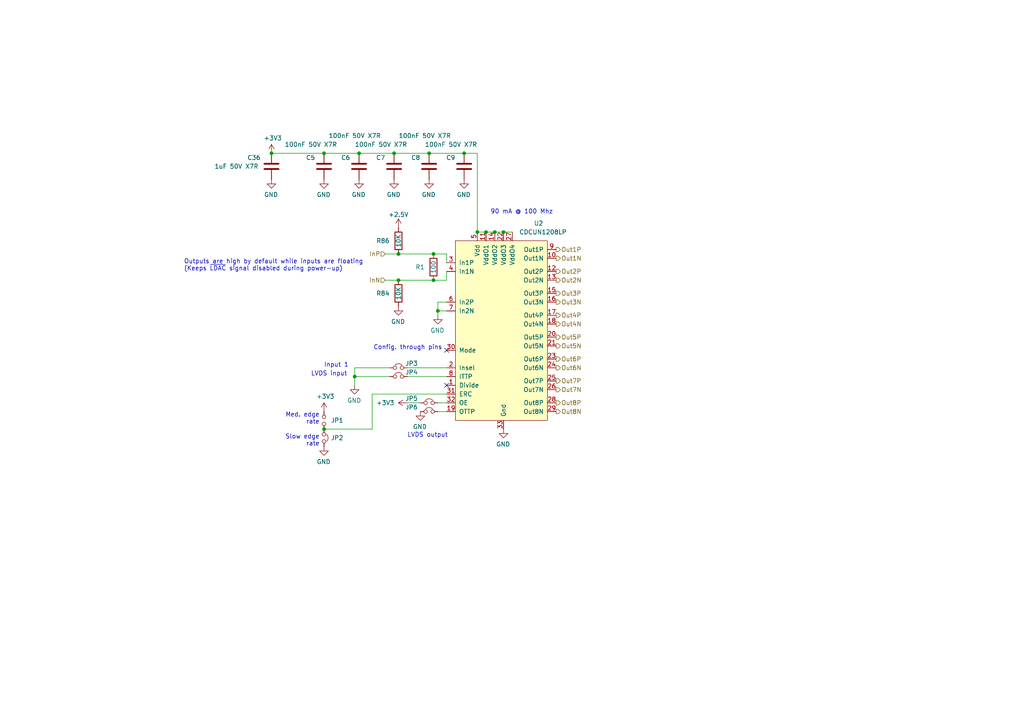
<source format=kicad_sch>
(kicad_sch (version 20231120) (generator "eeschema") (generator_version "8.0")
  (paper "A4")
  (title_block (title "1:8 LVDS Fanout Buffer") (rev "D1") (company "Martinos Center @ MGH") (comment 1 "Don Straney"))
  (lib_symbols
    (symbol "Device:C" (pin_numbers hide) (pin_names (offset 0.254))
      (property "Reference" "C" (at 0.635 2.54 0))
      (property "Value" "C" (at 0.635 -2.54 0))
      (symbol "C_0_1"
        (polyline (pts (xy -2.032 -0.762) (xy 2.032 -0.762)) (stroke (width 0.508)))
        (polyline (pts (xy -2.032 0.762) (xy 2.032 0.762)) (stroke (width 0.508)))
      )
      (symbol "C_1_1"
        (pin passive line (at 0 3.81 270) (length 2.794) (name "~") (number "1"))
        (pin passive line (at 0 -3.81 90) (length 2.794) (name "~") (number "2"))
      )
    )
    (symbol "Device:R" (pin_numbers hide) (pin_names (offset 0))
      (property "Reference" "R" (at 2.032 0 90))
      (property "Value" "R" (at 0 0 90))
      (symbol "R_0_1"
        (rectangle (start -1.016 -2.54) (end 1.016 2.54) (stroke (width 0.254)))
      )
      (symbol "R_1_1"
        (pin passive line (at 0 3.81 270) (length 1.27) (name "~") (number "1"))
        (pin passive line (at 0 -3.81 90) (length 1.27) (name "~") (number "2"))
      )
    )
    (symbol "backplane-rescue:+2.5V-Martinos" (power) (pin_names (offset 0))
      (property "Value" "+2.5V-Martinos" (at 0 3.556 0))
      (symbol "+2.5V-Martinos_0_1"
        (polyline (pts (xy -0.762 1.27) (xy 0 2.54)))
        (polyline (pts (xy 0 0) (xy 0 2.54)))
        (polyline (pts (xy 0 2.54) (xy 0.762 1.27)))
      )
      (symbol "+2.5V-Martinos_1_1"
        (pin power_in line (at 0 0 90) (length 0) hide (name "+2.5V") (number "1"))
      )
    )
    (symbol "backplane-rescue:+3.3V-power" (power) (pin_names (offset 0))
      (property "Value" "+3.3V-power" (at 0 3.556 0))
      (symbol "+3.3V-power_0_1"
        (polyline (pts (xy -0.762 1.27) (xy 0 2.54)))
        (polyline (pts (xy 0 0) (xy 0 2.54)))
        (polyline (pts (xy 0 2.54) (xy 0.762 1.27)))
      )
      (symbol "+3.3V-power_1_1"
        (pin power_in line (at 0 0 90) (length 0) hide (name "+3V3") (number "1"))
      )
    )
    (symbol "backplane-rescue:CDCUN1208LP-Martinos" (pin_names (offset 1.016))
      (property "Reference" "U" (at 6.35 29.21 0))
      (property "Value" "CDCUN1208LP-Martinos" (at 12.7 26.67 0))
      (symbol "CDCUN1208LP-Martinos_0_1"
        (rectangle (start -13.97 25.4) (end 12.7 -26.67) (fill (type background)))
      )
      (symbol "CDCUN1208LP-Martinos_1_1"
        (pin input line (at -16.51 -16.51 0) (length 2.54) (name "Divide") (number "1"))
        (pin output line (at 15.24 20.32 180) (length 2.54) (name "Out1N") (number "10"))
        (pin power_in line (at -5.08 27.94 270) (length 2.54) (name "VddO1") (number "11"))
        (pin output line (at 15.24 16.51 180) (length 2.54) (name "Out2P") (number "12"))
        (pin output line (at 15.24 13.97 180) (length 2.54) (name "Out2N") (number "13"))
        (pin power_in line (at -2.54 27.94 270) (length 2.54) (name "VddO2") (number "14"))
        (pin output line (at 15.24 10.16 180) (length 2.54) (name "Out3P") (number "15"))
        (pin output line (at 15.24 7.62 180) (length 2.54) (name "Out3N") (number "16"))
        (pin output line (at 15.24 3.81 180) (length 2.54) (name "Out4P") (number "17"))
        (pin output line (at 15.24 1.27 180) (length 2.54) (name "Out4N") (number "18"))
        (pin input line (at -16.51 -24.13 0) (length 2.54) (name "OTTP") (number "19"))
        (pin input line (at -16.51 -11.43 0) (length 2.54) (name "Insel") (number "2"))
        (pin output line (at 15.24 -2.54 180) (length 2.54) (name "Out5P") (number "20"))
        (pin output line (at 15.24 -5.08 180) (length 2.54) (name "Out5N") (number "21"))
        (pin power_in line (at 0 27.94 270) (length 2.54) (name "VddO3") (number "22"))
        (pin output line (at 15.24 -8.89 180) (length 2.54) (name "Out6P") (number "23"))
        (pin output line (at 15.24 -11.43 180) (length 2.54) (name "Out6N") (number "24"))
        (pin output line (at 15.24 -15.24 180) (length 2.54) (name "Out7P") (number "25"))
        (pin output line (at 15.24 -17.78 180) (length 2.54) (name "Out7N") (number "26"))
        (pin power_in line (at 2.54 27.94 270) (length 2.54) (name "VddO4") (number "27"))
        (pin output line (at 15.24 -21.59 180) (length 2.54) (name "Out8P") (number "28"))
        (pin output line (at 15.24 -24.13 180) (length 2.54) (name "Out8N") (number "29"))
        (pin input line (at -16.51 19.05 0) (length 2.54) (name "In1P") (number "3"))
        (pin input line (at -16.51 -6.35 0) (length 2.54) (name "Mode") (number "30"))
        (pin input line (at -16.51 -19.05 0) (length 2.54) (name "ERC") (number "31"))
        (pin input line (at -16.51 -21.59 0) (length 2.54) (name "OE") (number "32"))
        (pin power_in line (at 0 -29.21 90) (length 2.54) (name "Gnd") (number "33"))
        (pin input line (at -16.51 16.51 0) (length 2.54) (name "In1N") (number "4"))
        (pin power_in line (at -7.62 27.94 270) (length 2.54) (name "Vdd") (number "5"))
        (pin input line (at -16.51 7.62 0) (length 2.54) (name "In2P") (number "6"))
        (pin input line (at -16.51 5.08 0) (length 2.54) (name "In2N") (number "7"))
        (pin input line (at -16.51 -13.97 0) (length 2.54) (name "ITTP") (number "8"))
        (pin output line (at 15.24 22.86 180) (length 2.54) (name "Out1P") (number "9"))
      )
    )
    (symbol "backplane-rescue:Jumper_NC_Small-Device" (pin_numbers hide) (pin_names (offset 0.762) hide)
      (property "Reference" "JP" (at 0 2.032 0))
      (property "Value" "Jumper_NC_Small-Device" (at 0.254 -1.524 0))
      (symbol "Jumper_NC_Small-Device_0_1"
        (circle (center -1.016 0) (radius 0.508))
        (circle (center 1.016 0) (radius 0.508))
        (arc (start 1.016 0.762) (mid 0 1.1828) (end -1.016 0.762))
        (pin passive line (at -2.54 0 0) (length 1.016) (name "1") (number "1"))
        (pin passive line (at 2.54 0 180) (length 1.016) (name "2") (number "2"))
      )
    )
    (symbol "backplane-rescue:Jumper_NO_Small-Device" (pin_numbers hide) (pin_names (offset 0.762) hide)
      (property "Reference" "JP" (at 0 2.032 0))
      (property "Value" "Jumper_NO_Small-Device" (at 0.254 -1.524 0))
      (symbol "Jumper_NO_Small-Device_0_1"
        (circle (center -1.016 0) (radius 0.508))
        (circle (center 1.016 0) (radius 0.508))
        (pin passive line (at -2.54 0 0) (length 1.016) (name "1") (number "1"))
        (pin passive line (at 2.54 0 180) (length 1.016) (name "2") (number "2"))
      )
    )
    (symbol "power:GND" (power) (pin_names (offset 0))
      (property "Value" "GND" (at 0 -3.81 0))
      (symbol "GND_0_1"
        (polyline (pts (xy 0 0) (xy 0 -1.27) (xy 1.27 -1.27) (xy 0 -2.54) (xy -1.27 -1.27) (xy 0 -1.27)))
      )
      (symbol "GND_1_1"
        (pin power_in line (at 0 0 270) (length 0) hide (name "GND") (number "1"))
      )
    )
  )
  (junction (at 102.87 109.22))
  (junction (at 127 90.17))
  (junction (at 140.97 67.31))
  (junction (at 143.51 67.31))
  (junction (at 115.57 81.28))
  (junction (at 125.73 73.66))
  (junction (at 115.57 73.66))
  (junction (at 138.43 67.31))
  (junction (at 93.98 44.45))
  (junction (at 78.74 44.45))
  (junction (at 104.14 44.45))
  (junction (at 125.73 81.28))
  (junction (at 134.62 44.45))
  (junction (at 114.3 44.45))
  (junction (at 146.05 67.31))
  (junction (at 124.46 44.45))
  (junction (at 93.98 124.46))
  (no_connect (at 129.54 111.76))
  (no_connect (at 129.54 101.6))
  (wire (pts (xy 102.87 106.68) (xy 102.87 109.22)))
  (wire (pts (xy 115.57 81.28) (xy 125.73 81.28)))
  (wire (pts (xy 93.98 44.45) (xy 104.14 44.45)))
  (wire (pts (xy 138.43 67.31) (xy 140.97 67.31)))
  (wire (pts (xy 118.11 116.84) (xy 121.92 116.84)))
  (wire (pts (xy 138.43 44.45) (xy 138.43 67.31)))
  (wire (pts (xy 115.57 73.66) (xy 125.73 73.66)))
  (wire (pts (xy 102.87 109.22) (xy 113.03 109.22)))
  (wire (pts (xy 129.54 81.28) (xy 129.54 78.74)))
  (wire (pts (xy 127 116.84) (xy 129.54 116.84)))
  (wire (pts (xy 102.87 111.76) (xy 102.87 109.22)))
  (wire (pts (xy 134.62 44.45) (xy 138.43 44.45)))
  (wire (pts (xy 124.46 44.45) (xy 134.62 44.45)))
  (wire (pts (xy 111.76 81.28) (xy 115.57 81.28)))
  (wire (pts (xy 140.97 67.31) (xy 143.51 67.31)))
  (wire (pts (xy 146.05 67.31) (xy 148.59 67.31)))
  (wire (pts (xy 127 119.38) (xy 129.54 119.38)))
  (wire (pts (xy 111.76 73.66) (xy 115.57 73.66)))
  (wire (pts (xy 143.51 67.31) (xy 146.05 67.31)))
  (wire (pts (xy 102.87 106.68) (xy 113.03 106.68)))
  (wire (pts (xy 127 87.63) (xy 127 90.17)))
  (wire (pts (xy 129.54 90.17) (xy 127 90.17)))
  (wire (pts (xy 127 90.17) (xy 127 91.44)))
  (wire (pts (xy 125.73 73.66) (xy 129.54 73.66)))
  (wire (pts (xy 118.11 106.68) (xy 129.54 106.68)))
  (wire (pts (xy 107.95 124.46) (xy 107.95 114.3)))
  (wire (pts (xy 118.11 109.22) (xy 129.54 109.22)))
  (wire (pts (xy 129.54 87.63) (xy 127 87.63)))
  (wire (pts (xy 114.3 44.45) (xy 124.46 44.45)))
  (wire (pts (xy 129.54 73.66) (xy 129.54 76.2)))
  (wire (pts (xy 107.95 114.3) (xy 129.54 114.3)))
  (wire (pts (xy 78.74 44.45) (xy 93.98 44.45)))
  (wire (pts (xy 93.98 124.46) (xy 107.95 124.46)))
  (wire (pts (xy 125.73 81.28) (xy 129.54 81.28)))
  (wire (pts (xy 104.14 44.45) (xy 114.3 44.45)))
  (text "LVDS input" (at 90.17 109.22 0) (effects (font (size 1.27 1.27)) (justify left bottom)))
  (text "Slow edge\nrate" (at 92.71 129.54 0) (effects (font (size 1.27 1.27)) (justify right bottom)))
  (text "Input 1" (at 93.98 106.68 0) (effects (font (size 1.27 1.27)) (justify left bottom)))
  (text "LVDS output" (at 118.11 127 0) (effects (font (size 1.27 1.27)) (justify left bottom)))
  (text "Outputs are high by default while inputs are floating\n(Keeps ~{LDAC} signal disabled during power-up)" (at 53.34 78.74 0) (effects (font (size 1.27 1.27)) (justify left bottom)))
  (text "Med. edge\nrate" (at 92.71 123.19 0) (effects (font (size 1.27 1.27)) (justify right bottom)))
  (text "Config. through pins" (at 128.27 101.6 0) (effects (font (size 1.27 1.27)) (justify right bottom)))
  (text "90 mA @ 100 Mhz" (at 142.24 62.23 0) (effects (font (size 1.27 1.27)) (justify left bottom)))
  (hierarchical_label "Out6N" (shape output) (at 161.29 106.68 0))
  (hierarchical_label "Out2P" (shape output) (at 161.29 78.74 0))
  (hierarchical_label "Out5P" (shape output) (at 161.29 97.79 0))
  (hierarchical_label "Out8N" (shape output) (at 161.29 119.38 0))
  (hierarchical_label "Out4N" (shape output) (at 161.29 93.98 0))
  (hierarchical_label "InP" (shape input) (at 111.76 73.66 180))
  (hierarchical_label "Out6P" (shape output) (at 161.29 104.14 0))
  (hierarchical_label "Out2N" (shape output) (at 161.29 81.28 0))
  (hierarchical_label "Out1N" (shape output) (at 161.29 74.93 0))
  (hierarchical_label "Out3P" (shape output) (at 161.29 85.09 0))
  (hierarchical_label "Out1P" (shape output) (at 161.29 72.39 0))
  (hierarchical_label "Out7P" (shape output) (at 161.29 110.49 0))
  (hierarchical_label "Out4P" (shape output) (at 161.29 91.44 0))
  (hierarchical_label "Out8P" (shape output) (at 161.29 116.84 0))
  (hierarchical_label "InN" (shape input) (at 111.76 81.28 180))
  (hierarchical_label "Out7N" (shape output) (at 161.29 113.03 0))
  (hierarchical_label "Out5N" (shape output) (at 161.29 100.33 0))
  (hierarchical_label "Out3N" (shape output) (at 161.29 87.63 0))
  (symbol (lib_id "backplane-rescue:CDCUN1208LP-Martinos") (at 146.05 95.25 0) (unit 1)
    (property "Reference" "U2" (at 156.21 64.77 0))
    (property "Value" "CDCUN1208LP" (at 157.48 67.31 0))
    (property "Footprint" "Don:VQFN-32-1EP_5x5mm_P0.5mm_EP3.45x3.45mm" (effects (hide yes)))
    (property "Manufacturer" "Texas Instruments" (effects (hide yes)))
    (property "Manufacturer Alt." "Texas Instruments" (effects (hide yes)))
    (property "Part Number" "CDCUN1208LPRHBT" (effects (hide yes)))
    (property "Part Number Alt." "CDCUN1208LPRHBR" (effects (hide yes)))
    (property "Type" "SMT" (effects (hide yes)))
    (instances (project "backplane" (path "" (reference "U2") (unit 1)) (path "" (reference "U3") (unit 1))))
  )
  (symbol (lib_id "power:GND") (at 146.05 124.46 0) (mirror y) (unit 1)
    (property "Reference" "#PWR0129" (effects (hide yes)))
    (property "Value" "GND" (at 145.923 128.8542 0))
    (instances (project "backplane" (path "" (reference "#PWR0129") (unit 1)) (path "" (reference "#PWR0143") (unit 1))))
  )
  (symbol (lib_id "Device:C") (at 93.98 48.26 0) (mirror y) (unit 1)
    (property "Reference" "C5" (at 91.44 45.72 0) (effects (justify left)))
    (property "Value" "100nF 50V X7R" (at 97.79 41.91 0) (effects (justify left)))
    (property "Footprint" "Capacitor_SMD:C_0603_1608Metric" (effects (hide yes)))
    (property "Manufacturer" "Kemet" (effects (hide yes)))
    (property "Part Number" "C0603C104K5RACTU" (effects (hide yes)))
    (property "Type" "SMT" (effects (hide yes)))
    (instances (project "backplane" (path "" (reference "C5") (unit 1)) (path "" (reference "C11") (unit 1))))
  )
  (symbol (lib_id "power:GND") (at 93.98 52.07 0) (mirror y) (unit 1)
    (property "Reference" "#PWR0130" (effects (hide yes)))
    (property "Value" "GND" (at 93.853 56.4642 0))
    (instances (project "backplane" (path "" (reference "#PWR0130") (unit 1)) (path "" (reference "#PWR0144") (unit 1))))
  )
  (symbol (lib_id "Device:C") (at 104.14 48.26 0) (mirror y) (unit 1)
    (property "Reference" "C6" (at 101.6 45.72 0) (effects (justify left)))
    (property "Value" "100nF 50V X7R" (at 110.49 39.37 0) (effects (justify left)))
    (property "Footprint" "Capacitor_SMD:C_0603_1608Metric" (effects (hide yes)))
    (property "Manufacturer" "Kemet" (effects (hide yes)))
    (property "Part Number" "C0603C104K5RACTU" (effects (hide yes)))
    (property "Type" "SMT" (effects (hide yes)))
    (instances (project "backplane" (path "" (reference "C6") (unit 1)) (path "" (reference "C12") (unit 1))))
  )
  (symbol (lib_id "power:GND") (at 104.14 52.07 0) (mirror y) (unit 1)
    (property "Reference" "#PWR0131" (effects (hide yes)))
    (property "Value" "GND" (at 104.013 56.4642 0))
    (instances (project "backplane" (path "" (reference "#PWR0131") (unit 1)) (path "" (reference "#PWR0145") (unit 1))))
  )
  (symbol (lib_id "Device:C") (at 114.3 48.26 0) (mirror y) (unit 1)
    (property "Reference" "C7" (at 111.76 45.72 0) (effects (justify left)))
    (property "Value" "100nF 50V X7R" (at 118.11 41.91 0) (effects (justify left)))
    (property "Footprint" "Capacitor_SMD:C_0603_1608Metric" (effects (hide yes)))
    (property "Manufacturer" "Kemet" (effects (hide yes)))
    (property "Part Number" "C0603C104K5RACTU" (effects (hide yes)))
    (property "Type" "SMT" (effects (hide yes)))
    (instances (project "backplane" (path "" (reference "C7") (unit 1)) (path "" (reference "C13") (unit 1))))
  )
  (symbol (lib_id "power:GND") (at 114.3 52.07 0) (mirror y) (unit 1)
    (property "Reference" "#PWR0132" (effects (hide yes)))
    (property "Value" "GND" (at 114.173 56.4642 0))
    (instances (project "backplane" (path "" (reference "#PWR0132") (unit 1)) (path "" (reference "#PWR0146") (unit 1))))
  )
  (symbol (lib_id "Device:C") (at 124.46 48.26 0) (mirror y) (unit 1)
    (property "Reference" "C8" (at 121.92 45.72 0) (effects (justify left)))
    (property "Value" "100nF 50V X7R" (at 130.81 39.37 0) (effects (justify left)))
    (property "Footprint" "Capacitor_SMD:C_0603_1608Metric" (effects (hide yes)))
    (property "Manufacturer" "Kemet" (effects (hide yes)))
    (property "Part Number" "C0603C104K5RACTU" (effects (hide yes)))
    (property "Type" "SMT" (effects (hide yes)))
    (instances (project "backplane" (path "" (reference "C8") (unit 1)) (path "" (reference "C14") (unit 1))))
  )
  (symbol (lib_id "power:GND") (at 124.46 52.07 0) (mirror y) (unit 1)
    (property "Reference" "#PWR0133" (effects (hide yes)))
    (property "Value" "GND" (at 124.333 56.4642 0))
    (instances (project "backplane" (path "" (reference "#PWR0133") (unit 1)) (path "" (reference "#PWR0147") (unit 1))))
  )
  (symbol (lib_id "Device:C") (at 134.62 48.26 0) (mirror y) (unit 1)
    (property "Reference" "C9" (at 132.08 45.72 0) (effects (justify left)))
    (property "Value" "100nF 50V X7R" (at 138.43 41.91 0) (effects (justify left)))
    (property "Footprint" "Capacitor_SMD:C_0603_1608Metric" (effects (hide yes)))
    (property "Manufacturer" "Kemet" (effects (hide yes)))
    (property "Part Number" "C0603C104K5RACTU" (effects (hide yes)))
    (property "Type" "SMT" (effects (hide yes)))
    (instances (project "backplane" (path "" (reference "C9") (unit 1)) (path "" (reference "C15") (unit 1))))
  )
  (symbol (lib_id "power:GND") (at 134.62 52.07 0) (mirror y) (unit 1)
    (property "Reference" "#PWR0134" (effects (hide yes)))
    (property "Value" "GND" (at 134.493 56.4642 0))
    (instances (project "backplane" (path "" (reference "#PWR0134") (unit 1)) (path "" (reference "#PWR0148") (unit 1))))
  )
  (symbol (lib_id "backplane-rescue:+3.3V-power") (at 78.74 44.45 0) (unit 1)
    (property "Reference" "#PWR0135" (effects (hide yes)))
    (property "Value" "+3V3" (at 79.121 40.0558 0))
    (instances (project "backplane" (path "" (reference "#PWR0135") (unit 1)) (path "" (reference "#PWR0149") (unit 1))))
  )
  (symbol (lib_id "power:GND") (at 78.74 52.07 0) (mirror y) (unit 1)
    (property "Reference" "#PWR0136" (effects (hide yes)))
    (property "Value" "GND" (at 78.613 56.4642 0))
    (instances (project "backplane" (path "" (reference "#PWR0136") (unit 1)) (path "" (reference "#PWR0150") (unit 1))))
  )
  (symbol (lib_id "power:GND") (at 127 91.44 0) (mirror y) (unit 1)
    (property "Reference" "#PWR0137" (effects (hide yes)))
    (property "Value" "GND" (at 126.873 95.8342 0))
    (instances (project "backplane" (path "" (reference "#PWR0137") (unit 1)) (path "" (reference "#PWR0151") (unit 1))))
  )
  (symbol (lib_id "power:GND") (at 102.87 111.76 0) (mirror y) (unit 1)
    (property "Reference" "#PWR0138" (effects (hide yes)))
    (property "Value" "GND" (at 102.743 116.1542 0))
    (instances (project "backplane" (path "" (reference "#PWR0138") (unit 1)) (path "" (reference "#PWR0152") (unit 1))))
  )
  (symbol (lib_id "backplane-rescue:Jumper_NC_Small-Device") (at 115.57 109.22 0) (unit 1)
    (property "Reference" "JP4" (at 119.38 107.95 0))
    (property "Value" "Jumper_NC_Small" (effects (hide yes)))
    (property "Footprint" "Jumper:SolderJumper-2_P1.3mm_Bridged_RoundedPad1.0x1.5mm" (effects (hide yes)))
    (instances (project "backplane" (path "" (reference "JP4") (unit 1)) (path "" (reference "JP10") (unit 1))))
  )
  (symbol (lib_id "backplane-rescue:Jumper_NC_Small-Device") (at 115.57 106.68 0) (unit 1)
    (property "Reference" "JP3" (at 119.38 105.41 0))
    (property "Value" "Jumper_NC_Small" (effects (hide yes)))
    (property "Footprint" "Jumper:SolderJumper-2_P1.3mm_Bridged_RoundedPad1.0x1.5mm" (effects (hide yes)))
    (instances (project "backplane" (path "" (reference "JP3") (unit 1)) (path "" (reference "JP9") (unit 1))))
  )
  (symbol (lib_id "backplane-rescue:Jumper_NC_Small-Device") (at 93.98 127 270) (unit 1)
    (property "Reference" "JP2" (at 97.79 127 90))
    (property "Value" "Jumper_NC_Small" (effects (hide yes)))
    (property "Footprint" "Jumper:SolderJumper-2_P1.3mm_Bridged_RoundedPad1.0x1.5mm" (effects (hide yes)))
    (instances (project "backplane" (path "" (reference "JP2") (unit 1)) (path "" (reference "JP8") (unit 1))))
  )
  (symbol (lib_id "backplane-rescue:Jumper_NC_Small-Device") (at 124.46 116.84 0) (unit 1)
    (property "Reference" "JP5" (at 119.38 115.57 0))
    (property "Value" "Jumper_NC_Small" (effects (hide yes)))
    (property "Footprint" "Jumper:SolderJumper-2_P1.3mm_Bridged_RoundedPad1.0x1.5mm" (effects (hide yes)))
    (instances (project "backplane" (path "" (reference "JP5") (unit 1)) (path "" (reference "JP11") (unit 1))))
  )
  (symbol (lib_id "backplane-rescue:+3.3V-power") (at 118.11 116.84 90) (unit 1)
    (property "Reference" "#PWR0139" (effects (hide yes)))
    (property "Value" "+3V3" (at 111.76 116.84 90))
    (instances (project "backplane" (path "" (reference "#PWR0139") (unit 1)) (path "" (reference "#PWR0153") (unit 1))))
  )
  (symbol (lib_id "backplane-rescue:Jumper_NC_Small-Device") (at 124.46 119.38 0) (unit 1)
    (property "Reference" "JP6" (at 119.38 118.11 0))
    (property "Value" "Jumper_NC_Small" (effects (hide yes)))
    (property "Footprint" "Jumper:SolderJumper-2_P1.3mm_Bridged_RoundedPad1.0x1.5mm" (effects (hide yes)))
    (instances (project "backplane" (path "" (reference "JP6") (unit 1)) (path "" (reference "JP12") (unit 1))))
  )
  (symbol (lib_id "power:GND") (at 121.92 119.38 0) (mirror y) (unit 1)
    (property "Reference" "#PWR0140" (effects (hide yes)))
    (property "Value" "GND" (at 121.793 123.7742 0))
    (instances (project "backplane" (path "" (reference "#PWR0140") (unit 1)) (path "" (reference "#PWR0154") (unit 1))))
  )
  (symbol (lib_id "backplane-rescue:Jumper_NO_Small-Device") (at 93.98 121.92 270) (unit 1)
    (property "Reference" "JP1" (at 97.79 121.92 90))
    (property "Value" "Jumper_NC_Small" (effects (hide yes)))
    (property "Footprint" "Jumper:SolderJumper-2_P1.3mm_Open_TrianglePad1.0x1.5mm" (effects (hide yes)))
    (instances (project "backplane" (path "" (reference "JP1") (unit 1)) (path "" (reference "JP7") (unit 1))))
  )
  (symbol (lib_id "power:GND") (at 93.98 129.54 0) (mirror y) (unit 1)
    (property "Reference" "#PWR0141" (effects (hide yes)))
    (property "Value" "GND" (at 93.853 133.9342 0))
    (instances (project "backplane" (path "" (reference "#PWR0141") (unit 1)) (path "" (reference "#PWR0155") (unit 1))))
  )
  (symbol (lib_id "backplane-rescue:+3.3V-power") (at 93.98 119.38 0) (unit 1)
    (property "Reference" "#PWR0142" (effects (hide yes)))
    (property "Value" "+3V3" (at 94.361 114.9858 0))
    (instances (project "backplane" (path "" (reference "#PWR0142") (unit 1)) (path "" (reference "#PWR0156") (unit 1))))
  )
  (symbol (lib_id "Device:R") (at 125.73 77.47 0) (mirror x) (unit 1)
    (property "Reference" "R1" (at 123.19 77.47 0) (effects (justify right)))
    (property "Value" "100" (at 125.73 77.47 90))
    (property "Footprint" "Resistor_SMD:R_0402_1005Metric" (effects (hide yes)))
    (property "Manufacturer" "KOA Speer" (effects (hide yes)))
    (property "Notes" "Can substitute generic resistor with same package, value, 1% tolerance" (effects (hide yes)))
    (property "Part Number" "RK73H1ETTP1000F" (effects (hide yes)))
    (property "Type" "SMT" (effects (hide yes)))
    (instances (project "backplane" (path "" (reference "R1") (unit 1)) (path "" (reference "R2") (unit 1))))
  )
  (symbol (lib_id "Device:C") (at 78.74 48.26 180) (unit 1)
    (property "Reference" "C36" (at 73.66 45.72 0))
    (property "Value" "1uF 50V X7R" (at 68.58 48.26 0))
    (property "Footprint" "Capacitor_SMD:C_0805_2012Metric" (effects (hide yes)))
    (property "Manufacturer" "Kemet" (effects (hide yes)))
    (property "Part Number" "C0805C105K3RACTU" (effects (hide yes)))
    (property "Type" "SMT" (effects (hide yes)))
    (instances (project "backplane" (path "" (reference "C36") (unit 1)) (path "" (reference "C37") (unit 1))))
  )
  (symbol (lib_id "backplane-rescue:+2.5V-Martinos") (at 115.57 66.04 0) (unit 1)
    (property "Reference" "#PWR031" (effects (hide yes)))
    (property "Value" "+2.5V" (at 115.57 62.23 0))
    (instances (project "backplane" (path "" (reference "#PWR031") (unit 1)) (path "" (reference "#PWR032") (unit 1))))
  )
  (symbol (lib_id "Device:R") (at 115.57 69.85 0) (mirror x) (unit 1)
    (property "Reference" "R86" (at 113.03 69.85 0) (effects (justify right)))
    (property "Value" "10K" (at 115.57 69.85 90))
    (property "Footprint" "Resistor_SMD:R_0402_1005Metric" (effects (hide yes)))
    (property "Manufacturer" "KOA Speer" (effects (hide yes)))
    (property "Notes" "Can substitute generic resistor with same package, value, 1% tolerance" (effects (hide yes)))
    (property "Part Number" "RK73H1ETTP1000F" (effects (hide yes)))
    (property "Type" "SMT" (effects (hide yes)))
    (instances (project "backplane" (path "" (reference "R86") (unit 1)) (path "" (reference "R87") (unit 1))))
  )
  (symbol (lib_id "Device:R") (at 115.57 85.09 0) (mirror x) (unit 1)
    (property "Reference" "R84" (at 113.03 85.09 0) (effects (justify right)))
    (property "Value" "10K" (at 115.57 85.09 90))
    (property "Footprint" "Resistor_SMD:R_0402_1005Metric" (effects (hide yes)))
    (property "Manufacturer" "KOA Speer" (effects (hide yes)))
    (property "Notes" "Can substitute generic resistor with same package, value, 1% tolerance" (effects (hide yes)))
    (property "Part Number" "RK73H1ETTP1000F" (effects (hide yes)))
    (property "Type" "SMT" (effects (hide yes)))
    (instances (project "backplane" (path "" (reference "R84") (unit 1)) (path "" (reference "R85") (unit 1))))
  )
  (symbol (lib_id "power:GND") (at 115.57 88.9 0) (mirror y) (unit 1)
    (property "Reference" "#PWR029" (effects (hide yes)))
    (property "Value" "GND" (at 115.443 93.2942 0))
    (instances (project "backplane" (path "" (reference "#PWR029") (unit 1)) (path "" (reference "#PWR030") (unit 1))))
  )
)
</source>
